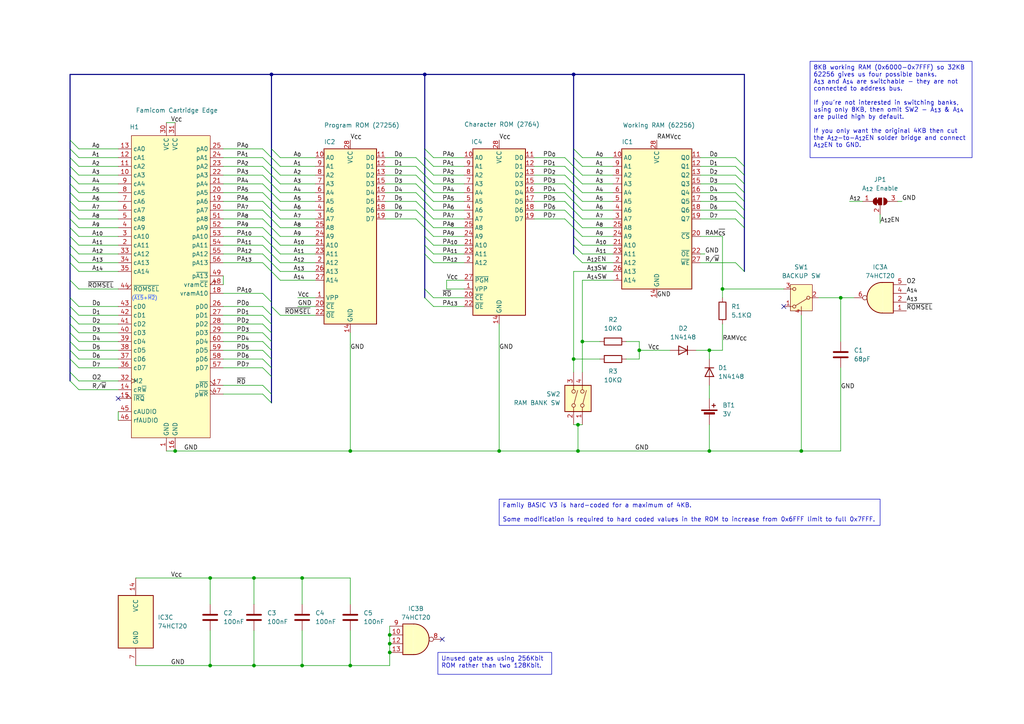
<source format=kicad_sch>
(kicad_sch (version 20250114) (generator "eeschema") (generator_version "9.0")
  (paper "A4")
  (title_block (title "Nintendo Famicom Family BASIC 8KB") (date "27/DEC/2025") (rev "A") (company "Brett Hallen"))
  (lib_symbols
    (symbol "74xx:74LS20" (pin_names (offset 1.016))
      (property "Reference" "U" (at 0 1.27 0))
      (property "Value" "74LS20" (at 0 -1.27 0))
      (symbol "74LS20_1_1"
        (pin input line (at -7.62 3.81 0) (length 3.81) (name "~") (number "1"))
        (pin input line (at -7.62 1.27 0) (length 3.81) (name "~") (number "2"))
        (pin input line (at -7.62 -1.27 0) (length 3.81) (name "~") (number "4"))
        (pin input line (at -7.62 -3.81 0) (length 3.81) (name "~") (number "5"))
        (pin output inverted (at 7.62 0 180) (length 3.81) (name "~") (number "6"))
      )
      (symbol "74LS20_1_2"
        (pin input inverted (at -7.62 3.81 0) (length 3.81) (name "~") (number "1"))
        (pin input inverted (at -7.62 1.27 0) (length 4.826) (name "~") (number "2"))
        (pin input inverted (at -7.62 -1.27 0) (length 4.826) (name "~") (number "4"))
        (pin input inverted (at -7.62 -3.81 0) (length 3.81) (name "~") (number "5"))
        (pin output line (at 7.62 0 180) (length 3.81) (name "~") (number "6"))
      )
      (symbol "74LS20_2_1"
        (pin input line (at -7.62 3.81 0) (length 3.81) (name "~") (number "9"))
        (pin input line (at -7.62 1.27 0) (length 3.81) (name "~") (number "10"))
        (pin input line (at -7.62 -1.27 0) (length 3.81) (name "~") (number "12"))
        (pin input line (at -7.62 -3.81 0) (length 3.81) (name "~") (number "13"))
        (pin output inverted (at 7.62 0 180) (length 3.81) (name "~") (number "8"))
      )
      (symbol "74LS20_2_2"
        (pin input inverted (at -7.62 3.81 0) (length 3.81) (name "~") (number "9"))
        (pin input inverted (at -7.62 1.27 0) (length 4.826) (name "~") (number "10"))
        (pin input inverted (at -7.62 -1.27 0) (length 4.826) (name "~") (number "12"))
        (pin input inverted (at -7.62 -3.81 0) (length 3.81) (name "~") (number "13"))
        (pin output line (at 7.62 0 180) (length 3.81) (name "~") (number "8"))
      )
      (symbol "74LS20_3_0"
        (pin power_in line (at 0 12.7 270) (length 5.08) (name "VCC") (number "14"))
        (pin power_in line (at 0 -12.7 90) (length 5.08) (name "GND") (number "7"))
      )
    )
    (symbol "Clueless_Engineer:Famicom_Cartridge_Edge"
      (property "Reference" "H1" (at 19.9233 96.52 0))
      (property "Value" "Famicom_Cartridge_Edge" (at 19.9233 93.98 0))
      (symbol "Famicom_Cartridge_Edge_1_1"
        (text "(~{A15}+~{M2})" (at 8.89 44.45 0) (effects (font (size 1 1))))
        (pin output line (at 1.27 87.63 0) (length 3.81) (name "cA0") (number "13"))
        (pin output line (at 1.27 85.09 0) (length 3.81) (name "cA1") (number "12"))
        (pin output line (at 1.27 82.55 0) (length 3.81) (name "cA2") (number "11"))
        (pin output line (at 1.27 80.01 0) (length 3.81) (name "cA3") (number "10"))
        (pin output line (at 1.27 77.47 0) (length 3.81) (name "cA4") (number "9"))
        (pin output line (at 1.27 74.93 0) (length 3.81) (name "cA5") (number "8"))
        (pin output line (at 1.27 72.39 0) (length 3.81) (name "cA6") (number "7"))
        (pin output line (at 1.27 69.85 0) (length 3.81) (name "cA7") (number "6"))
        (pin output line (at 1.27 67.31 0) (length 3.81) (name "cA8") (number "5"))
        (pin output line (at 1.27 64.77 0) (length 3.81) (name "cA9") (number "4"))
        (pin output line (at 1.27 62.23 0) (length 3.81) (name "cA10") (number "3"))
        (pin output line (at 1.27 59.69 0) (length 3.81) (name "cA11") (number "2"))
        (pin output line (at 1.27 57.15 0) (length 3.81) (name "cA12") (number "33"))
        (pin output line (at 1.27 54.61 0) (length 3.81) (name "cA13") (number "34"))
        (pin output line (at 1.27 52.07 0) (length 3.81) (name "cA14") (number "35"))
        (pin output output_low (at 1.27 46.99 0) (length 3.81) (name "~{ROMSEL}") (number "44"))
        (pin bidirectional line (at 1.27 41.91 0) (length 3.81) (name "cD0") (number "43"))
        (pin bidirectional line (at 1.27 39.37 0) (length 3.81) (name "cD1") (number "42"))
        (pin bidirectional line (at 1.27 36.83 0) (length 3.81) (name "cD2") (number "41"))
        (pin bidirectional line (at 1.27 34.29 0) (length 3.81) (name "cD3") (number "40"))
        (pin bidirectional line (at 1.27 31.75 0) (length 3.81) (name "cD4") (number "39"))
        (pin bidirectional line (at 1.27 29.21 0) (length 3.81) (name "cD5") (number "38"))
        (pin bidirectional line (at 1.27 26.67 0) (length 3.81) (name "cD6") (number "37"))
        (pin bidirectional line (at 1.27 24.13 0) (length 3.81) (name "cD7") (number "36"))
        (pin output clock (at 1.27 20.32 0) (length 3.81) (name "M2") (number "32"))
        (pin output line (at 1.27 17.78 0) (length 3.81) (name "cR~{W}") (number "14"))
        (pin input input_low (at 1.27 15.24 0) (length 3.81) (name "~{IRQ}") (number "15"))
        (pin output line (at 1.27 11.43 0) (length 3.81) (name "cAUDIO") (number "45"))
        (pin input line (at 1.27 8.89 0) (length 3.81) (name "rfAUDIO") (number "46"))
        (pin power_out line (at 15.24 95.25 270) (length 3.81) (name "VCC") (number "30"))
        (pin power_out line (at 15.24 0 90) (length 3.81) (name "GND") (number "1"))
        (pin passive line (at 17.78 95.25 270) (length 3.81) (name "VCC") (number "31"))
        (pin passive line (at 17.78 0 90) (length 3.81) (name "GND") (number "16"))
        (pin output line (at 31.75 87.63 180) (length 3.81) (name "pA0") (number "25"))
        (pin output line (at 31.75 85.09 180) (length 3.81) (name "pA1") (number "24"))
        (pin output line (at 31.75 82.55 180) (length 3.81) (name "pA2") (number "23"))
        (pin output line (at 31.75 80.01 180) (length 3.81) (name "pA3") (number "22"))
        (pin output line (at 31.75 77.47 180) (length 3.81) (name "pA4") (number "21"))
        (pin output line (at 31.75 74.93 180) (length 3.81) (name "pA5") (number "20"))
        (pin output line (at 31.75 72.39 180) (length 3.81) (name "pA6") (number "19"))
        (pin output line (at 31.75 69.85 180) (length 3.81) (name "pA7") (number "50"))
        (pin output line (at 31.75 67.31 180) (length 3.81) (name "pA8") (number "51"))
        (pin output line (at 31.75 64.77 180) (length 3.81) (name "pA9") (number "52"))
        (pin output line (at 31.75 62.23 180) (length 3.81) (name "pA10") (number "53"))
        (pin output line (at 31.75 59.69 180) (length 3.81) (name "pA11") (number "54"))
        (pin output line (at 31.75 57.15 180) (length 3.81) (name "pA12") (number "55"))
        (pin output line (at 31.75 54.61 180) (length 3.81) (name "pA13") (number "56"))
        (pin output line (at 31.75 50.8 180) (length 3.81) (name "p~{A13}") (number "49"))
        (pin input input_low (at 31.75 48.26 180) (length 3.81) (name "vram~{CE}") (number "48"))
        (pin input line (at 31.75 45.72 180) (length 3.81) (name "vramA10") (number "18"))
        (pin bidirectional line (at 31.75 41.91 180) (length 3.81) (name "pD0") (number "26"))
        (pin bidirectional line (at 31.75 39.37 180) (length 3.81) (name "pD1") (number "27"))
        (pin bidirectional line (at 31.75 36.83 180) (length 3.81) (name "pD2") (number "28"))
        (pin bidirectional line (at 31.75 34.29 180) (length 3.81) (name "pD3") (number "29"))
        (pin bidirectional line (at 31.75 31.75 180) (length 3.81) (name "pD4") (number "60"))
        (pin bidirectional line (at 31.75 29.21 180) (length 3.81) (name "pD5") (number "59"))
        (pin bidirectional line (at 31.75 26.67 180) (length 3.81) (name "pD6") (number "58"))
        (pin bidirectional line (at 31.75 24.13 180) (length 3.81) (name "pD7") (number "57"))
        (pin output output_low (at 31.75 19.05 180) (length 3.81) (name "p~{RD}") (number "17"))
        (pin output output_low (at 31.75 16.51 180) (length 3.81) (name "p~{WR}") (number "47"))
      )
    )
    (symbol "Device:Battery_Cell" (pin_numbers (hide yes)) (pin_names (offset 0) (hide yes))
      (property "Reference" "BT1" (at 3.81 3.1116 0))
      (property "Value" "3V" (at 3.81 0.5716 0))
      (symbol "Battery_Cell_1_1"
        (pin passive line (at 0 5.08 270) (length 2.54) (name "+") (number "1"))
        (pin passive line (at 0 -2.54 90) (length 2.54) (name "-") (number "3"))
      )
    )
    (symbol "Device:C" (pin_numbers (hide yes)) (pin_names (offset 0.254))
      (property "Reference" "C" (at 0.635 2.54 0))
      (property "Value" "C" (at 0.635 -2.54 0))
      (symbol "C_1_1"
        (pin passive line (at 0 3.81 270) (length 2.794) (name "~") (number "1"))
        (pin passive line (at 0 -3.81 90) (length 2.794) (name "~") (number "2"))
      )
    )
    (symbol "Device:D" (pin_numbers (hide yes)) (pin_names (offset 1.016) (hide yes))
      (property "Reference" "D" (at 0 2.54 0))
      (property "Value" "D" (at 0 -2.54 0))
      (symbol "D_1_1"
        (pin passive line (at -3.81 0 0) (length 2.54) (name "K") (number "1"))
        (pin passive line (at 3.81 0 180) (length 2.54) (name "A") (number "2"))
      )
    )
    (symbol "Device:R" (pin_numbers (hide yes)) (pin_names (offset 0))
      (property "Reference" "R" (at 2.032 0 90))
      (property "Value" "R" (at 0 0 90))
      (symbol "R_1_1"
        (pin passive line (at 0 3.81 270) (length 1.27) (name "~") (number "1"))
        (pin passive line (at 0 -3.81 90) (length 1.27) (name "~") (number "2"))
      )
    )
    (symbol "Jumper:SolderJumper_3_Bridged12" (pin_names (offset 0) (hide yes)) (in_bom no)
      (property "Reference" "JP" (at -2.54 -2.54 0))
      (property "Value" "SolderJumper_3_Bridged12" (at 0 2.794 0))
      (symbol "SolderJumper_3_Bridged12_1_1"
        (pin passive line (at -5.08 0 0) (length 2.54) (name "A") (number "1"))
        (pin passive line (at 0 -3.81 90) (length 2.54) (name "C") (number "2"))
        (pin passive line (at 5.08 0 180) (length 2.54) (name "B") (number "3"))
      )
    )
    (symbol "Memory_EPROM:27C256"
      (property "Reference" "U" (at -7.62 26.67 0))
      (property "Value" "27C256" (at 2.54 -26.67 0))
      (symbol "27C256_1_1"
        (pin input line (at -10.16 22.86 0) (length 2.54) (name "A0") (number "10"))
        (pin input line (at -10.16 20.32 0) (length 2.54) (name "A1") (number "9"))
        (pin input line (at -10.16 17.78 0) (length 2.54) (name "A2") (number "8"))
        (pin input line (at -10.16 15.24 0) (length 2.54) (name "A3") (number "7"))
        (pin input line (at -10.16 12.7 0) (length 2.54) (name "A4") (number "6"))
        (pin input line (at -10.16 10.16 0) (length 2.54) (name "A5") (number "5"))
        (pin input line (at -10.16 7.62 0) (length 2.54) (name "A6") (number "4"))
        (pin input line (at -10.16 5.08 0) (length 2.54) (name "A7") (number "3"))
        (pin input line (at -10.16 2.54 0) (length 2.54) (name "A8") (number "25"))
        (pin input line (at -10.16 0 0) (length 2.54) (name "A9") (number "24"))
        (pin input line (at -10.16 -2.54 0) (length 2.54) (name "A10") (number "21"))
        (pin input line (at -10.16 -5.08 0) (length 2.54) (name "A11") (number "23"))
        (pin input line (at -10.16 -7.62 0) (length 2.54) (name "A12") (number "2"))
        (pin input line (at -10.16 -10.16 0) (length 2.54) (name "A13") (number "26"))
        (pin input line (at -10.16 -12.7 0) (length 2.54) (name "A14") (number "27"))
        (pin input line (at -10.16 -17.78 0) (length 2.54) (name "VPP") (number "1"))
        (pin input line (at -10.16 -20.32 0) (length 2.54) (name "~{CE}") (number "20"))
        (pin input line (at -10.16 -22.86 0) (length 2.54) (name "~{OE}") (number "22"))
        (pin power_in line (at 0 27.94 270) (length 2.54) (name "VCC") (number "28"))
        (pin power_in line (at 0 -27.94 90) (length 2.54) (name "GND") (number "14"))
        (pin tri_state line (at 10.16 22.86 180) (length 2.54) (name "D0") (number "11"))
        (pin tri_state line (at 10.16 20.32 180) (length 2.54) (name "D1") (number "12"))
        (pin tri_state line (at 10.16 17.78 180) (length 2.54) (name "D2") (number "13"))
        (pin tri_state line (at 10.16 15.24 180) (length 2.54) (name "D3") (number "15"))
        (pin tri_state line (at 10.16 12.7 180) (length 2.54) (name "D4") (number "16"))
        (pin tri_state line (at 10.16 10.16 180) (length 2.54) (name "D5") (number "17"))
        (pin tri_state line (at 10.16 7.62 180) (length 2.54) (name "D6") (number "18"))
        (pin tri_state line (at 10.16 5.08 180) (length 2.54) (name "D7") (number "19"))
      )
    )
    (symbol "Memory_EPROM:27C64"
      (property "Reference" "U" (at -7.62 24.13 0))
      (property "Value" "27C64" (at 2.54 -26.67 0))
      (symbol "27C64_1_1"
        (pin input line (at -10.16 20.32 0) (length 2.54) (name "A0") (number "10"))
        (pin input line (at -10.16 17.78 0) (length 2.54) (name "A1") (number "9"))
        (pin input line (at -10.16 15.24 0) (length 2.54) (name "A2") (number "8"))
        (pin input line (at -10.16 12.7 0) (length 2.54) (name "A3") (number "7"))
        (pin input line (at -10.16 10.16 0) (length 2.54) (name "A4") (number "6"))
        (pin input line (at -10.16 7.62 0) (length 2.54) (name "A5") (number "5"))
        (pin input line (at -10.16 5.08 0) (length 2.54) (name "A6") (number "4"))
        (pin input line (at -10.16 2.54 0) (length 2.54) (name "A7") (number "3"))
        (pin input line (at -10.16 0 0) (length 2.54) (name "A8") (number "25"))
        (pin input line (at -10.16 -2.54 0) (length 2.54) (name "A9") (number "24"))
        (pin input line (at -10.16 -5.08 0) (length 2.54) (name "A10") (number "21"))
        (pin input line (at -10.16 -7.62 0) (length 2.54) (name "A11") (number "23"))
        (pin input line (at -10.16 -10.16 0) (length 2.54) (name "A12") (number "2"))
        (pin input line (at -10.16 -15.24 0) (length 2.54) (name "~{PGM}") (number "27"))
        (pin input line (at -10.16 -17.78 0) (length 2.54) (name "VPP") (number "1"))
        (pin input line (at -10.16 -20.32 0) (length 2.54) (name "~{CE}") (number "20"))
        (pin input line (at -10.16 -22.86 0) (length 2.54) (name "~{OE}") (number "22"))
        (pin power_in line (at 0 25.4 270) (length 2.54) (name "VCC") (number "28"))
        (pin power_in line (at 0 -27.94 90) (length 2.54) (name "GND") (number "14"))
        (pin no_connect line (at 7.62 0 180) (length 2.54) (hide yes) (name "NC") (number "26"))
        (pin tri_state line (at 10.16 20.32 180) (length 2.54) (name "D0") (number "11"))
        (pin tri_state line (at 10.16 17.78 180) (length 2.54) (name "D1") (number "12"))
        (pin tri_state line (at 10.16 15.24 180) (length 2.54) (name "D2") (number "13"))
        (pin tri_state line (at 10.16 12.7 180) (length 2.54) (name "D3") (number "15"))
        (pin tri_state line (at 10.16 10.16 180) (length 2.54) (name "D4") (number "16"))
        (pin tri_state line (at 10.16 7.62 180) (length 2.54) (name "D5") (number "17"))
        (pin tri_state line (at 10.16 5.08 180) (length 2.54) (name "D6") (number "18"))
        (pin tri_state line (at 10.16 2.54 180) (length 2.54) (name "D7") (number "19"))
      )
    )
    (symbol "Memory_RAM:HM62256BLP"
      (property "Reference" "U" (at -10.16 20.955 0))
      (property "Value" "HM62256BLP" (at 2.54 20.955 0))
      (symbol "HM62256BLP_0_0"
        (pin power_in line (at 0 22.86 270) (length 2.54) (name "VCC") (number "28"))
        (pin power_in line (at 0 -22.86 90) (length 2.54) (name "GND") (number "14"))
      )
      (symbol "HM62256BLP_1_1"
        (pin input line (at -12.7 17.78 0) (length 2.54) (name "A0") (number "10"))
        (pin input line (at -12.7 15.24 0) (length 2.54) (name "A1") (number "9"))
        (pin input line (at -12.7 12.7 0) (length 2.54) (name "A2") (number "8"))
        (pin input line (at -12.7 10.16 0) (length 2.54) (name "A3") (number "7"))
        (pin input line (at -12.7 7.62 0) (length 2.54) (name "A4") (number "6"))
        (pin input line (at -12.7 5.08 0) (length 2.54) (name "A5") (number "5"))
        (pin input line (at -12.7 2.54 0) (length 2.54) (name "A6") (number "4"))
        (pin input line (at -12.7 0 0) (length 2.54) (name "A7") (number "3"))
        (pin input line (at -12.7 -2.54 0) (length 2.54) (name "A8") (number "25"))
        (pin input line (at -12.7 -5.08 0) (length 2.54) (name "A9") (number "24"))
        (pin input line (at -12.7 -7.62 0) (length 2.54) (name "A10") (number "21"))
        (pin input line (at -12.7 -10.16 0) (length 2.54) (name "A11") (number "23"))
        (pin input line (at -12.7 -12.7 0) (length 2.54) (name "A12") (number "2"))
        (pin input line (at -12.7 -15.24 0) (length 2.54) (name "A13") (number "26"))
        (pin input line (at -12.7 -17.78 0) (length 2.54) (name "A14") (number "1"))
        (pin tri_state line (at 12.7 17.78 180) (length 2.54) (name "Q0") (number "11"))
        (pin tri_state line (at 12.7 15.24 180) (length 2.54) (name "Q1") (number "12"))
        (pin tri_state line (at 12.7 12.7 180) (length 2.54) (name "Q2") (number "13"))
        (pin tri_state line (at 12.7 10.16 180) (length 2.54) (name "Q3") (number "15"))
        (pin tri_state line (at 12.7 7.62 180) (length 2.54) (name "Q4") (number "16"))
        (pin tri_state line (at 12.7 5.08 180) (length 2.54) (name "Q5") (number "17"))
        (pin tri_state line (at 12.7 2.54 180) (length 2.54) (name "Q6") (number "18"))
        (pin tri_state line (at 12.7 0 180) (length 2.54) (name "Q7") (number "19"))
        (pin input line (at 12.7 -5.08 180) (length 2.54) (name "~{CS}") (number "20"))
        (pin input line (at 12.7 -10.16 180) (length 2.54) (name "~{OE}") (number "22"))
        (pin input line (at 12.7 -12.7 180) (length 2.54) (name "~{WE}") (number "27"))
      )
    )
    (symbol "Switch:SW_DIP_x02" (pin_names (offset 0) (hide yes))
      (property "Reference" "SW" (at 0 6.35 0))
      (property "Value" "SW_DIP_x02" (at 0 -3.81 0))
      (symbol "SW_DIP_x02_1_1"
        (pin passive line (at -7.62 2.54 0) (length 5.08) (name "~") (number "1"))
        (pin passive line (at -7.62 0 0) (length 5.08) (name "~") (number "2"))
        (pin passive line (at 7.62 2.54 180) (length 5.08) (name "~") (number "4"))
        (pin passive line (at 7.62 0 180) (length 5.08) (name "~") (number "3"))
      )
    )
    (symbol "Switch:SW_SPDT" (pin_names (offset 0) (hide yes))
      (property "Reference" "SW1" (at 0 -8.89 0))
      (property "Value" "BACKUP SW" (at 0 -6.35 0))
      (symbol "SW_SPDT_1_1"
        (pin passive line (at -5.08 0 0) (length 2.54) (name "B") (number "2"))
        (pin input line (at 0 5.08 270) (length 2.54) (name "GND") (number "4"))
        (pin passive line (at 5.08 2.54 180) (length 2.54) (name "A") (number "1"))
        (pin passive line (at 5.08 -2.54 180) (length 2.54) (name "C") (number "3"))
      )
    )
  )
  (text_box "Unused gate as using 256Kbit ROM rather than two 128Kbit." (at 127 189.23 0) (size 33.02 6.35) (margins 0.9525 0.9525 0.9525 0.9525) (effects (font (size 1.27 1.27)) (justify left top)))
  (text_box "8KB working RAM (0x6000-0x7FFF) so 32KB 62256 gives us four possible banks.\nA_{13} and A_{14} are switchable - they are not connected to address bus.\n\nIf you're not interested in switching banks, using only 8KB, then omit SW2 - A_{13} & A_{14} are pulled high by default.\n\nIf you only want the original 4KB then cut the A_{12}-to-A_{12}EN solder bridge and connect A_{12}EN to GND." (at 234.95 17.78 0) (size 46.99 27.94) (margins 0.9525 0.9525 0.9525 0.9525) (effects (font (size 1.27 1.27)) (justify left top)))
  (text_box "Family BASIC V3 is hard-coded for a maximum of 4KB.\n\nSome modification is required to hard coded values in the ROM to increase from 0x6FFF limit to full 0x7FFF." (at 144.78 144.78 0) (size 110.49 7.62) (margins 0.9525 0.9525 0.9525 0.9525) (effects (font (size 1.27 1.27)) (justify left top)))
  (junction (at 60.96 193.04))
  (junction (at 78.74 21.59))
  (junction (at 50.8 130.81))
  (junction (at 113.03 189.23))
  (junction (at 243.84 86.36))
  (junction (at 166.37 104.14))
  (junction (at 205.74 101.6))
  (junction (at 73.66 167.64))
  (junction (at 101.6 193.04))
  (junction (at 87.63 193.04))
  (junction (at 232.41 130.81))
  (junction (at 73.66 193.04))
  (junction (at 113.03 186.69))
  (junction (at 167.64 130.81))
  (junction (at 166.37 21.59))
  (junction (at 168.91 99.06))
  (junction (at 205.74 130.81))
  (junction (at 101.6 130.81))
  (junction (at 185.42 101.6))
  (junction (at 209.55 83.82))
  (junction (at 123.19 21.59))
  (junction (at 144.78 130.81))
  (junction (at 87.63 167.64))
  (junction (at 113.03 184.15))
  (junction (at 167.64 123.19))
  (junction (at 60.96 167.64))
  (no_connect (at 128.27 185.42))
  (no_connect (at 227.33 88.9))
  (no_connect (at 34.29 115.57))
  (bus_entry (at 78.74 53.34) (size 2.54 2.54))
  (bus_entry (at 20.32 96.52) (size 2.54 2.54))
  (bus_entry (at 123.19 58.42) (size 2.54 2.54))
  (bus_entry (at 76.2 101.6) (size 2.54 2.54))
  (bus_entry (at 120.65 55.88) (size 2.54 2.54))
  (bus_entry (at 20.32 73.66) (size 2.54 2.54))
  (bus_entry (at 20.32 81.28) (size 2.54 2.54))
  (bus_entry (at 78.74 60.96) (size 2.54 2.54))
  (bus_entry (at 213.36 76.2) (size 2.54 2.54))
  (bus_entry (at 76.2 66.04) (size 2.54 2.54))
  (bus_entry (at 76.2 63.5) (size 2.54 2.54))
  (bus_entry (at 163.83 53.34) (size 2.54 2.54))
  (bus_entry (at 76.2 60.96) (size 2.54 2.54))
  (bus_entry (at 20.32 48.26) (size 2.54 2.54))
  (bus_entry (at 78.74 78.74) (size 2.54 2.54))
  (bus_entry (at 20.32 53.34) (size 2.54 2.54))
  (bus_entry (at 166.37 48.26) (size 2.54 2.54))
  (bus_entry (at 213.36 45.72) (size 2.54 2.54))
  (bus_entry (at 78.74 66.04) (size 2.54 2.54))
  (bus_entry (at 123.19 45.72) (size 2.54 2.54))
  (bus_entry (at 213.36 50.8) (size 2.54 2.54))
  (bus_entry (at 166.37 50.8) (size 2.54 2.54))
  (bus_entry (at 20.32 76.2) (size 2.54 2.54))
  (bus_entry (at 76.2 71.12) (size 2.54 2.54))
  (bus_entry (at 120.65 63.5) (size 2.54 2.54))
  (bus_entry (at 78.74 45.72) (size 2.54 2.54))
  (bus_entry (at 20.32 58.42) (size 2.54 2.54))
  (bus_entry (at 123.19 73.66) (size 2.54 2.54))
  (bus_entry (at 120.65 58.42) (size 2.54 2.54))
  (bus_entry (at 166.37 60.96) (size 2.54 2.54))
  (bus_entry (at 163.83 55.88) (size 2.54 2.54))
  (bus_entry (at 78.74 71.12) (size 2.54 2.54))
  (bus_entry (at 120.65 45.72) (size 2.54 2.54))
  (bus_entry (at 120.65 60.96) (size 2.54 2.54))
  (bus_entry (at 20.32 99.06) (size 2.54 2.54))
  (bus_entry (at 76.2 99.06) (size 2.54 2.54))
  (bus_entry (at 76.2 73.66) (size 2.54 2.54))
  (bus_entry (at 123.19 48.26) (size 2.54 2.54))
  (bus_entry (at 123.19 53.34) (size 2.54 2.54))
  (bus_entry (at 213.36 60.96) (size 2.54 2.54))
  (bus_entry (at 76.2 50.8) (size 2.54 2.54))
  (bus_entry (at 120.65 53.34) (size 2.54 2.54))
  (bus_entry (at 213.36 55.88) (size 2.54 2.54))
  (bus_entry (at 20.32 63.5) (size 2.54 2.54))
  (bus_entry (at 76.2 106.68) (size 2.54 2.54))
  (bus_entry (at 166.37 71.12) (size 2.54 2.54))
  (bus_entry (at 20.32 71.12) (size 2.54 2.54))
  (bus_entry (at 123.19 66.04) (size 2.54 2.54))
  (bus_entry (at 120.65 48.26) (size 2.54 2.54))
  (bus_entry (at 76.2 53.34) (size 2.54 2.54))
  (bus_entry (at 123.19 50.8) (size 2.54 2.54))
  (bus_entry (at 20.32 60.96) (size 2.54 2.54))
  (bus_entry (at 123.19 86.36) (size 2.54 2.54))
  (bus_entry (at 76.2 114.3) (size 2.54 2.54))
  (bus_entry (at 20.32 40.64) (size 2.54 2.54))
  (bus_entry (at 166.37 73.66) (size 2.54 2.54))
  (bus_entry (at 78.74 63.5) (size 2.54 2.54))
  (bus_entry (at 166.37 45.72) (size 2.54 2.54))
  (bus_entry (at 213.36 48.26) (size 2.54 2.54))
  (bus_entry (at 166.37 66.04) (size 2.54 2.54))
  (bus_entry (at 166.37 68.58) (size 2.54 2.54))
  (bus_entry (at 123.19 63.5) (size 2.54 2.54))
  (bus_entry (at 166.37 53.34) (size 2.54 2.54))
  (bus_entry (at 76.2 76.2) (size 2.54 2.54))
  (bus_entry (at 163.83 58.42) (size 2.54 2.54))
  (bus_entry (at 76.2 85.09) (size 2.54 2.54))
  (bus_entry (at 78.74 43.18) (size 2.54 2.54))
  (bus_entry (at 213.36 53.34) (size 2.54 2.54))
  (bus_entry (at 20.32 104.14) (size 2.54 2.54))
  (bus_entry (at 78.74 76.2) (size 2.54 2.54))
  (bus_entry (at 76.2 68.58) (size 2.54 2.54))
  (bus_entry (at 20.32 110.49) (size 2.54 2.54))
  (bus_entry (at 78.74 88.9) (size 2.54 2.54))
  (bus_entry (at 20.32 66.04) (size 2.54 2.54))
  (bus_entry (at 20.32 107.95) (size 2.54 2.54))
  (bus_entry (at 78.74 55.88) (size 2.54 2.54))
  (bus_entry (at 120.65 50.8) (size 2.54 2.54))
  (bus_entry (at 123.19 60.96) (size 2.54 2.54))
  (bus_entry (at 166.37 58.42) (size 2.54 2.54))
  (bus_entry (at 76.2 55.88) (size 2.54 2.54))
  (bus_entry (at 20.32 50.8) (size 2.54 2.54))
  (bus_entry (at 78.74 58.42) (size 2.54 2.54))
  (bus_entry (at 20.32 88.9) (size 2.54 2.54))
  (bus_entry (at 78.74 50.8) (size 2.54 2.54))
  (bus_entry (at 163.83 63.5) (size 2.54 2.54))
  (bus_entry (at 76.2 43.18) (size 2.54 2.54))
  (bus_entry (at 20.32 68.58) (size 2.54 2.54))
  (bus_entry (at 78.74 73.66) (size 2.54 2.54))
  (bus_entry (at 76.2 96.52) (size 2.54 2.54))
  (bus_entry (at 166.37 63.5) (size 2.54 2.54))
  (bus_entry (at 78.74 68.58) (size 2.54 2.54))
  (bus_entry (at 76.2 91.44) (size 2.54 2.54))
  (bus_entry (at 20.32 91.44) (size 2.54 2.54))
  (bus_entry (at 163.83 45.72) (size 2.54 2.54))
  (bus_entry (at 20.32 55.88) (size 2.54 2.54))
  (bus_entry (at 20.32 86.36) (size 2.54 2.54))
  (bus_entry (at 163.83 60.96) (size 2.54 2.54))
  (bus_entry (at 166.37 55.88) (size 2.54 2.54))
  (bus_entry (at 123.19 43.18) (size 2.54 2.54))
  (bus_entry (at 76.2 88.9) (size 2.54 2.54))
  (bus_entry (at 163.83 50.8) (size 2.54 2.54))
  (bus_entry (at 20.32 45.72) (size 2.54 2.54))
  (bus_entry (at 76.2 93.98) (size 2.54 2.54))
  (bus_entry (at 123.19 71.12) (size 2.54 2.54))
  (bus_entry (at 166.37 43.18) (size 2.54 2.54))
  (bus_entry (at 76.2 45.72) (size 2.54 2.54))
  (bus_entry (at 78.74 48.26) (size 2.54 2.54))
  (bus_entry (at 213.36 58.42) (size 2.54 2.54))
  (bus_entry (at 123.19 68.58) (size 2.54 2.54))
  (bus_entry (at 76.2 48.26) (size 2.54 2.54))
  (bus_entry (at 20.32 43.18) (size 2.54 2.54))
  (bus_entry (at 76.2 111.76) (size 2.54 2.54))
  (bus_entry (at 76.2 104.14) (size 2.54 2.54))
  (bus_entry (at 20.32 101.6) (size 2.54 2.54))
  (bus_entry (at 20.32 93.98) (size 2.54 2.54))
  (bus_entry (at 76.2 58.42) (size 2.54 2.54))
  (bus_entry (at 213.36 63.5) (size 2.54 2.54))
  (bus_entry (at 123.19 55.88) (size 2.54 2.54))
  (bus_entry (at 123.19 83.82) (size 2.54 2.54))
  (bus_entry (at 163.83 48.26) (size 2.54 2.54))
  (wire (pts (xy 154.94 50.8) (xy 163.83 50.8)))
  (wire (pts (xy 154.94 60.96) (xy 163.83 60.96)))
  (wire (pts (xy 22.86 53.34) (xy 34.29 53.34)))
  (bus (pts (xy 123.19 21.59) (xy 123.19 43.18)))
  (wire (pts (xy 185.42 99.06) (xy 185.42 101.6)))
  (bus (pts (xy 20.32 88.9) (xy 20.32 91.44)))
  (wire (pts (xy 205.74 101.6) (xy 209.55 101.6)))
  (wire (pts (xy 125.73 68.58) (xy 134.62 68.58)))
  (wire (pts (xy 260.35 58.42) (xy 261.62 58.42)))
  (wire (pts (xy 22.86 58.42) (xy 34.29 58.42)))
  (bus (pts (xy 166.37 71.12) (xy 166.37 68.58)))
  (wire (pts (xy 203.2 60.96) (xy 213.36 60.96)))
  (wire (pts (xy 22.86 45.72) (xy 34.29 45.72)))
  (wire (pts (xy 168.91 48.26) (xy 177.8 48.26)))
  (bus (pts (xy 123.19 68.58) (xy 123.19 71.12)))
  (bus (pts (xy 20.32 53.34) (xy 20.32 55.88)))
  (wire (pts (xy 64.77 114.3) (xy 76.2 114.3)))
  (bus (pts (xy 20.32 48.26) (xy 20.32 50.8)))
  (wire (pts (xy 64.77 68.58) (xy 76.2 68.58)))
  (wire (pts (xy 73.66 167.64) (xy 87.63 167.64)))
  (bus (pts (xy 78.74 63.5) (xy 78.74 66.04)))
  (wire (pts (xy 129.54 81.28) (xy 129.54 83.82)))
  (bus (pts (xy 78.74 76.2) (xy 78.74 78.74)))
  (wire (pts (xy 201.93 101.6) (xy 205.74 101.6)))
  (bus (pts (xy 78.74 43.18) (xy 78.74 45.72)))
  (bus (pts (xy 78.74 99.06) (xy 78.74 101.6)))
  (bus (pts (xy 215.9 21.59) (xy 215.9 48.26)))
  (bus (pts (xy 215.9 48.26) (xy 215.9 50.8)))
  (bus (pts (xy 123.19 50.8) (xy 123.19 53.34)))
  (bus (pts (xy 20.32 107.95) (xy 20.32 110.49)))
  (wire (pts (xy 168.91 68.58) (xy 177.8 68.58)))
  (bus (pts (xy 166.37 63.5) (xy 166.37 60.96)))
  (bus (pts (xy 78.74 55.88) (xy 78.74 58.42)))
  (wire (pts (xy 64.77 99.06) (xy 76.2 99.06)))
  (bus (pts (xy 166.37 21.59) (xy 215.9 21.59)))
  (wire (pts (xy 101.6 130.81) (xy 144.78 130.81)))
  (wire (pts (xy 81.28 58.42) (xy 91.44 58.42)))
  (wire (pts (xy 81.28 68.58) (xy 91.44 68.58)))
  (wire (pts (xy 48.26 130.81) (xy 50.8 130.81)))
  (wire (pts (xy 125.73 53.34) (xy 134.62 53.34)))
  (bus (pts (xy 78.74 58.42) (xy 78.74 60.96)))
  (wire (pts (xy 81.28 76.2) (xy 91.44 76.2)))
  (wire (pts (xy 81.28 91.44) (xy 91.44 91.44)))
  (wire (pts (xy 87.63 167.64) (xy 101.6 167.64)))
  (wire (pts (xy 22.86 91.44) (xy 34.29 91.44)))
  (bus (pts (xy 166.37 53.34) (xy 166.37 50.8)))
  (bus (pts (xy 78.74 53.34) (xy 78.74 55.88)))
  (wire (pts (xy 166.37 104.14) (xy 173.99 104.14)))
  (bus (pts (xy 123.19 21.59) (xy 166.37 21.59)))
  (bus (pts (xy 20.32 81.28) (xy 20.32 86.36)))
  (bus (pts (xy 215.9 50.8) (xy 215.9 53.34)))
  (wire (pts (xy 113.03 186.69) (xy 113.03 189.23)))
  (wire (pts (xy 154.94 48.26) (xy 163.83 48.26)))
  (bus (pts (xy 20.32 63.5) (xy 20.32 66.04)))
  (wire (pts (xy 154.94 58.42) (xy 163.83 58.42)))
  (wire (pts (xy 203.2 76.2) (xy 213.36 76.2)))
  (wire (pts (xy 246.38 58.42) (xy 250.19 58.42)))
  (wire (pts (xy 39.37 167.64) (xy 60.96 167.64)))
  (wire (pts (xy 81.28 53.34) (xy 91.44 53.34)))
  (wire (pts (xy 64.77 91.44) (xy 76.2 91.44)))
  (wire (pts (xy 111.76 53.34) (xy 120.65 53.34)))
  (wire (pts (xy 22.86 96.52) (xy 34.29 96.52)))
  (bus (pts (xy 166.37 50.8) (xy 166.37 48.26)))
  (wire (pts (xy 22.86 66.04) (xy 34.29 66.04)))
  (wire (pts (xy 81.28 78.74) (xy 91.44 78.74)))
  (bus (pts (xy 78.74 101.6) (xy 78.74 104.14)))
  (bus (pts (xy 123.19 58.42) (xy 123.19 60.96)))
  (bus (pts (xy 78.74 93.98) (xy 78.74 96.52)))
  (bus (pts (xy 20.32 55.88) (xy 20.32 58.42)))
  (wire (pts (xy 125.73 50.8) (xy 134.62 50.8)))
  (wire (pts (xy 209.55 83.82) (xy 209.55 68.58)))
  (bus (pts (xy 123.19 73.66) (xy 123.19 83.82)))
  (wire (pts (xy 125.73 71.12) (xy 134.62 71.12)))
  (wire (pts (xy 243.84 86.36) (xy 247.65 86.36)))
  (wire (pts (xy 64.77 104.14) (xy 76.2 104.14)))
  (wire (pts (xy 167.64 130.81) (xy 205.74 130.81)))
  (wire (pts (xy 22.86 99.06) (xy 34.29 99.06)))
  (bus (pts (xy 78.74 21.59) (xy 123.19 21.59)))
  (wire (pts (xy 125.73 48.26) (xy 134.62 48.26)))
  (wire (pts (xy 86.36 88.9) (xy 91.44 88.9)))
  (bus (pts (xy 78.74 104.14) (xy 78.74 106.68)))
  (bus (pts (xy 20.32 68.58) (xy 20.32 71.12)))
  (wire (pts (xy 22.86 78.74) (xy 34.29 78.74)))
  (wire (pts (xy 22.86 83.82) (xy 34.29 83.82)))
  (wire (pts (xy 22.86 110.49) (xy 34.29 110.49)))
  (wire (pts (xy 87.63 193.04) (xy 101.6 193.04)))
  (bus (pts (xy 78.74 45.72) (xy 78.74 48.26)))
  (wire (pts (xy 168.91 71.12) (xy 177.8 71.12)))
  (bus (pts (xy 78.74 73.66) (xy 78.74 71.12)))
  (wire (pts (xy 209.55 83.82) (xy 227.33 83.82)))
  (wire (pts (xy 255.27 62.23) (xy 255.27 64.77)))
  (wire (pts (xy 209.55 83.82) (xy 209.55 86.36)))
  (wire (pts (xy 64.77 85.09) (xy 76.2 85.09)))
  (bus (pts (xy 78.74 66.04) (xy 78.74 68.58)))
  (bus (pts (xy 123.19 66.04) (xy 123.19 68.58)))
  (wire (pts (xy 167.64 123.19) (xy 168.91 123.19)))
  (bus (pts (xy 20.32 104.14) (xy 20.32 107.95)))
  (wire (pts (xy 243.84 106.68) (xy 243.84 130.81)))
  (wire (pts (xy 64.77 80.01) (xy 64.77 82.55)))
  (bus (pts (xy 20.32 60.96) (xy 20.32 63.5)))
  (bus (pts (xy 166.37 43.18) (xy 166.37 21.59)))
  (bus (pts (xy 78.74 68.58) (xy 78.74 71.12)))
  (wire (pts (xy 144.78 93.98) (xy 144.78 130.81)))
  (wire (pts (xy 22.86 55.88) (xy 34.29 55.88)))
  (wire (pts (xy 22.86 113.03) (xy 34.29 113.03)))
  (wire (pts (xy 48.26 35.56) (xy 50.8 35.56)))
  (wire (pts (xy 203.2 68.58) (xy 209.55 68.58)))
  (wire (pts (xy 81.28 81.28) (xy 91.44 81.28)))
  (wire (pts (xy 64.77 45.72) (xy 76.2 45.72)))
  (bus (pts (xy 78.74 109.22) (xy 78.74 114.3)))
  (wire (pts (xy 22.86 76.2) (xy 34.29 76.2)))
  (wire (pts (xy 181.61 104.14) (xy 185.42 104.14)))
  (bus (pts (xy 215.9 53.34) (xy 215.9 55.88)))
  (bus (pts (xy 123.19 71.12) (xy 123.19 73.66)))
  (wire (pts (xy 64.77 101.6) (xy 76.2 101.6)))
  (wire (pts (xy 203.2 53.34) (xy 213.36 53.34)))
  (wire (pts (xy 113.03 184.15) (xy 113.03 186.69)))
  (wire (pts (xy 205.74 130.81) (xy 232.41 130.81)))
  (wire (pts (xy 60.96 167.64) (xy 60.96 175.26)))
  (bus (pts (xy 78.74 88.9) (xy 78.74 91.44)))
  (bus (pts (xy 20.32 66.04) (xy 20.32 68.58)))
  (wire (pts (xy 22.86 48.26) (xy 34.29 48.26)))
  (wire (pts (xy 203.2 45.72) (xy 213.36 45.72)))
  (wire (pts (xy 64.77 48.26) (xy 76.2 48.26)))
  (bus (pts (xy 166.37 73.66) (xy 166.37 71.12)))
  (bus (pts (xy 78.74 96.52) (xy 78.74 99.06)))
  (wire (pts (xy 60.96 182.88) (xy 60.96 193.04)))
  (wire (pts (xy 113.03 193.04) (xy 113.03 189.23)))
  (bus (pts (xy 20.32 45.72) (xy 20.32 48.26)))
  (bus (pts (xy 20.32 21.59) (xy 20.32 40.64)))
  (bus (pts (xy 20.32 73.66) (xy 20.32 76.2)))
  (wire (pts (xy 81.28 50.8) (xy 91.44 50.8)))
  (bus (pts (xy 78.74 78.74) (xy 78.74 87.63)))
  (wire (pts (xy 86.36 86.36) (xy 91.44 86.36)))
  (bus (pts (xy 78.74 21.59) (xy 78.74 43.18)))
  (wire (pts (xy 22.86 93.98) (xy 34.29 93.98)))
  (wire (pts (xy 125.73 73.66) (xy 134.62 73.66)))
  (wire (pts (xy 168.91 81.28) (xy 177.8 81.28)))
  (bus (pts (xy 123.19 63.5) (xy 123.19 66.04)))
  (bus (pts (xy 20.32 101.6) (xy 20.32 104.14)))
  (wire (pts (xy 125.73 63.5) (xy 134.62 63.5)))
  (wire (pts (xy 181.61 99.06) (xy 185.42 99.06)))
  (wire (pts (xy 111.76 63.5) (xy 120.65 63.5)))
  (wire (pts (xy 205.74 104.14) (xy 205.74 101.6)))
  (wire (pts (xy 101.6 193.04) (xy 113.03 193.04)))
  (bus (pts (xy 20.32 43.18) (xy 20.32 45.72)))
  (wire (pts (xy 22.86 104.14) (xy 34.29 104.14)))
  (wire (pts (xy 64.77 111.76) (xy 76.2 111.76)))
  (wire (pts (xy 203.2 58.42) (xy 213.36 58.42)))
  (bus (pts (xy 215.9 58.42) (xy 215.9 60.96)))
  (wire (pts (xy 166.37 78.74) (xy 177.8 78.74)))
  (wire (pts (xy 64.77 53.34) (xy 76.2 53.34)))
  (wire (pts (xy 22.86 101.6) (xy 34.29 101.6)))
  (wire (pts (xy 64.77 60.96) (xy 76.2 60.96)))
  (bus (pts (xy 123.19 60.96) (xy 123.19 63.5)))
  (wire (pts (xy 64.77 71.12) (xy 76.2 71.12)))
  (wire (pts (xy 205.74 115.57) (xy 205.74 111.76)))
  (wire (pts (xy 81.28 73.66) (xy 91.44 73.66)))
  (wire (pts (xy 205.74 123.19) (xy 205.74 130.81)))
  (wire (pts (xy 144.78 130.81) (xy 167.64 130.81)))
  (wire (pts (xy 203.2 48.26) (xy 213.36 48.26)))
  (bus (pts (xy 20.32 96.52) (xy 20.32 99.06)))
  (wire (pts (xy 166.37 123.19) (xy 167.64 123.19)))
  (bus (pts (xy 123.19 83.82) (xy 123.19 86.36)))
  (wire (pts (xy 166.37 78.74) (xy 166.37 104.14)))
  (wire (pts (xy 81.28 66.04) (xy 91.44 66.04)))
  (bus (pts (xy 78.74 48.26) (xy 78.74 50.8)))
  (bus (pts (xy 78.74 106.68) (xy 78.74 109.22)))
  (wire (pts (xy 73.66 182.88) (xy 73.66 193.04)))
  (wire (pts (xy 173.99 99.06) (xy 168.91 99.06)))
  (wire (pts (xy 129.54 81.28) (xy 134.62 81.28)))
  (wire (pts (xy 111.76 48.26) (xy 120.65 48.26)))
  (wire (pts (xy 22.86 50.8) (xy 34.29 50.8)))
  (wire (pts (xy 22.86 43.18) (xy 34.29 43.18)))
  (wire (pts (xy 64.77 88.9) (xy 76.2 88.9)))
  (wire (pts (xy 64.77 58.42) (xy 76.2 58.42)))
  (wire (pts (xy 166.37 104.14) (xy 166.37 107.95)))
  (wire (pts (xy 22.86 71.12) (xy 34.29 71.12)))
  (wire (pts (xy 81.28 71.12) (xy 91.44 71.12)))
  (wire (pts (xy 168.91 73.66) (xy 177.8 73.66)))
  (wire (pts (xy 22.86 68.58) (xy 34.29 68.58)))
  (wire (pts (xy 64.77 76.2) (xy 76.2 76.2)))
  (wire (pts (xy 125.73 86.36) (xy 134.62 86.36)))
  (wire (pts (xy 73.66 193.04) (xy 87.63 193.04)))
  (wire (pts (xy 34.29 119.38) (xy 34.29 121.92)))
  (wire (pts (xy 232.41 91.44) (xy 232.41 130.81)))
  (wire (pts (xy 154.94 63.5) (xy 163.83 63.5)))
  (wire (pts (xy 111.76 45.72) (xy 120.65 45.72)))
  (wire (pts (xy 125.73 58.42) (xy 134.62 58.42)))
  (wire (pts (xy 87.63 167.64) (xy 87.63 175.26)))
  (wire (pts (xy 154.94 45.72) (xy 163.83 45.72)))
  (bus (pts (xy 78.74 21.59) (xy 20.32 21.59)))
  (wire (pts (xy 81.28 48.26) (xy 91.44 48.26)))
  (wire (pts (xy 64.77 96.52) (xy 76.2 96.52)))
  (wire (pts (xy 167.64 130.81) (xy 167.64 123.19)))
  (wire (pts (xy 125.73 55.88) (xy 134.62 55.88)))
  (wire (pts (xy 64.77 73.66) (xy 76.2 73.66)))
  (wire (pts (xy 81.28 45.72) (xy 91.44 45.72)))
  (wire (pts (xy 209.55 101.6) (xy 209.55 93.98)))
  (wire (pts (xy 22.86 60.96) (xy 34.29 60.96)))
  (wire (pts (xy 64.77 63.5) (xy 76.2 63.5)))
  (wire (pts (xy 168.91 58.42) (xy 177.8 58.42)))
  (bus (pts (xy 215.9 60.96) (xy 215.9 63.5)))
  (wire (pts (xy 22.86 88.9) (xy 34.29 88.9)))
  (wire (pts (xy 168.91 55.88) (xy 177.8 55.88)))
  (bus (pts (xy 78.74 73.66) (xy 78.74 76.2)))
  (wire (pts (xy 101.6 167.64) (xy 101.6 175.26)))
  (bus (pts (xy 20.32 86.36) (xy 20.32 88.9)))
  (wire (pts (xy 64.77 43.18) (xy 76.2 43.18)))
  (wire (pts (xy 111.76 58.42) (xy 120.65 58.42)))
  (wire (pts (xy 81.28 60.96) (xy 91.44 60.96)))
  (bus (pts (xy 215.9 55.88) (xy 215.9 58.42)))
  (wire (pts (xy 73.66 167.64) (xy 73.66 175.26)))
  (wire (pts (xy 39.37 193.04) (xy 60.96 193.04)))
  (wire (pts (xy 111.76 50.8) (xy 120.65 50.8)))
  (bus (pts (xy 20.32 50.8) (xy 20.32 53.34)))
  (wire (pts (xy 64.77 66.04) (xy 76.2 66.04)))
  (wire (pts (xy 203.2 50.8) (xy 213.36 50.8)))
  (bus (pts (xy 166.37 48.26) (xy 166.37 45.72)))
  (bus (pts (xy 123.19 53.34) (xy 123.19 55.88)))
  (wire (pts (xy 185.42 104.14) (xy 185.42 101.6)))
  (wire (pts (xy 203.2 73.66) (xy 204.47 73.66)))
  (bus (pts (xy 215.9 63.5) (xy 215.9 66.04)))
  (wire (pts (xy 60.96 167.64) (xy 73.66 167.64)))
  (wire (pts (xy 113.03 181.61) (xy 113.03 184.15)))
  (bus (pts (xy 20.32 91.44) (xy 20.32 93.98)))
  (wire (pts (xy 154.94 53.34) (xy 163.83 53.34)))
  (wire (pts (xy 111.76 60.96) (xy 120.65 60.96)))
  (bus (pts (xy 20.32 76.2) (xy 20.32 81.28)))
  (wire (pts (xy 81.28 55.88) (xy 91.44 55.88)))
  (wire (pts (xy 168.91 107.95) (xy 168.91 99.06)))
  (wire (pts (xy 168.91 60.96) (xy 177.8 60.96)))
  (wire (pts (xy 101.6 96.52) (xy 101.6 130.81)))
  (wire (pts (xy 50.8 130.81) (xy 101.6 130.81)))
  (bus (pts (xy 78.74 50.8) (xy 78.74 53.34)))
  (wire (pts (xy 203.2 55.88) (xy 213.36 55.88)))
  (bus (pts (xy 166.37 68.58) (xy 166.37 66.04)))
  (wire (pts (xy 87.63 182.88) (xy 87.63 193.04)))
  (wire (pts (xy 111.76 55.88) (xy 120.65 55.88)))
  (wire (pts (xy 64.77 106.68) (xy 76.2 106.68)))
  (bus (pts (xy 78.74 91.44) (xy 78.74 93.98)))
  (wire (pts (xy 185.42 101.6) (xy 194.31 101.6)))
  (bus (pts (xy 78.74 60.96) (xy 78.74 63.5)))
  (wire (pts (xy 125.73 60.96) (xy 134.62 60.96)))
  (wire (pts (xy 125.73 88.9) (xy 134.62 88.9)))
  (bus (pts (xy 166.37 45.72) (xy 166.37 43.18)))
  (wire (pts (xy 129.54 83.82) (xy 134.62 83.82)))
  (bus (pts (xy 166.37 66.04) (xy 166.37 63.5)))
  (wire (pts (xy 64.77 55.88) (xy 76.2 55.88)))
  (wire (pts (xy 81.28 63.5) (xy 91.44 63.5)))
  (wire (pts (xy 243.84 99.06) (xy 243.84 86.36)))
  (bus (pts (xy 20.32 71.12) (xy 20.32 73.66)))
  (wire (pts (xy 60.96 193.04) (xy 73.66 193.04)))
  (wire (pts (xy 22.86 63.5) (xy 34.29 63.5)))
  (wire (pts (xy 168.91 53.34) (xy 177.8 53.34)))
  (wire (pts (xy 232.41 130.81) (xy 243.84 130.81)))
  (wire (pts (xy 125.73 45.72) (xy 134.62 45.72)))
  (wire (pts (xy 154.94 55.88) (xy 163.83 55.88)))
  (bus (pts (xy 166.37 60.96) (xy 166.37 58.42)))
  (bus (pts (xy 166.37 55.88) (xy 166.37 53.34)))
  (wire (pts (xy 203.2 63.5) (xy 213.36 63.5)))
  (wire (pts (xy 101.6 193.04) (xy 101.6 182.88)))
  (wire (pts (xy 64.77 50.8) (xy 76.2 50.8)))
  (wire (pts (xy 22.86 73.66) (xy 34.29 73.66)))
  (bus (pts (xy 123.19 45.72) (xy 123.19 48.26)))
  (bus (pts (xy 78.74 87.63) (xy 78.74 88.9)))
  (wire (pts (xy 237.49 86.36) (xy 243.84 86.36)))
  (wire (pts (xy 64.77 93.98) (xy 76.2 93.98)))
  (bus (pts (xy 20.32 58.42) (xy 20.32 60.96)))
  (bus (pts (xy 123.19 43.18) (xy 123.19 45.72)))
  (wire (pts (xy 168.91 50.8) (xy 177.8 50.8)))
  (bus (pts (xy 78.74 114.3) (xy 78.74 116.84)))
  (bus (pts (xy 123.19 48.26) (xy 123.19 50.8)))
  (bus (pts (xy 215.9 66.04) (xy 215.9 78.74)))
  (bus (pts (xy 20.32 40.64) (xy 20.32 43.18)))
  (wire (pts (xy 168.91 66.04) (xy 177.8 66.04)))
  (bus (pts (xy 166.37 58.42) (xy 166.37 55.88)))
  (wire (pts (xy 168.91 45.72) (xy 177.8 45.72)))
  (wire (pts (xy 168.91 76.2) (xy 177.8 76.2)))
  (wire (pts (xy 125.73 66.04) (xy 134.62 66.04)))
  (bus (pts (xy 123.19 55.88) (xy 123.19 58.42)))
  (wire (pts (xy 168.91 63.5) (xy 177.8 63.5)))
  (wire (pts (xy 168.91 81.28) (xy 168.91 99.06)))
  (wire (pts (xy 125.73 76.2) (xy 134.62 76.2)))
  (bus (pts (xy 20.32 93.98) (xy 20.32 96.52)))
  (wire (pts (xy 22.86 106.68) (xy 34.29 106.68)))
  (bus (pts (xy 20.32 99.06) (xy 20.32 101.6)))
  (label "PD_{6}" (at 68.58 104.14 0))
  (label "A_{3}" (at 26.67 50.8 0))
  (label "PA_{5}" (at 68.58 55.88 0))
  (label "V_{CC}" (at 49.53 35.56 0))
  (label "GND" (at 184.15 130.81 0))
  (label "RAMV_{CC}" (at 190.5 40.64 0))
  (label "~{ROMSEL}" (at 25.4 83.82 0))
  (label "A_{1}" (at 85.09 48.26 0))
  (label "A_{13}SW" (at 170.18 78.74 0))
  (label "PA_{1}" (at 128.27 48.26 0))
  (label "PD_{1}" (at 157.48 48.26 0))
  (label "PA_{4}" (at 128.27 55.88 0))
  (label "PA_{13}" (at 68.58 76.2 0))
  (label "D_{5}" (at 26.67 101.6 0))
  (label "A_{2}" (at 26.67 48.26 0))
  (label "PA_{3}" (at 68.58 50.8 0))
  (label "PA_{0}" (at 128.27 45.72 0))
  (label "A_{6}" (at 85.09 60.96 0))
  (label "A_{12}EN" (at 170.18 76.2 0))
  (label "D_{4}" (at 205.74 55.88 0))
  (label "PA_{11}" (at 68.58 71.12 0))
  (label "A_{11}" (at 26.67 71.12 0))
  (label "PA_{6}" (at 128.27 60.96 0))
  (label "D_{7}" (at 205.74 63.5 0))
  (label "A_{4}" (at 172.72 55.88 0))
  (label "GND" (at 53.34 130.81 0))
  (label "V_{CC}" (at 129.54 81.28 0))
  (label "PA_{13}" (at 128.27 88.9 0))
  (label "PA_{9}" (at 128.27 68.58 0))
  (label "PD_{5}" (at 157.48 58.42 0))
  (label "V_{CC}" (at 86.36 86.36 0))
  (label "V_{CC}" (at 101.6 40.64 0))
  (label "A_{1}" (at 172.72 48.26 0))
  (label "A_{9}" (at 172.72 68.58 0))
  (label "A_{5}" (at 26.67 55.88 0))
  (label "RAM_{~{CS}}" (at 204.47 68.58 0))
  (label "A_{9}" (at 85.09 68.58 0))
  (label "D_{5}" (at 114.3 58.42 0))
  (label "R{slash}~{W}" (at 204.47 76.2 0))
  (label "PD_{3}" (at 157.48 53.34 0))
  (label "A_{12}" (at 26.67 73.66 0))
  (label "D_{0}" (at 205.74 45.72 0))
  (label "A_{6}" (at 26.67 58.42 0))
  (label "PA_{2}" (at 128.27 50.8 0))
  (label "A_{0}" (at 172.72 45.72 0))
  (label "PA_{9}" (at 68.58 66.04 0))
  (label "A_{9}" (at 26.67 66.04 0))
  (label "PA_{1}" (at 68.58 45.72 0))
  (label "A_{13}" (at 262.89 87.63 0))
  (label "GND" (at 204.47 73.66 0))
  (label "A_{2}" (at 85.09 50.8 0))
  (label "A_{1}" (at 26.67 45.72 0))
  (label "~{ROMSEL}" (at 262.89 90.17 0))
  (label "A_{14}" (at 26.67 78.74 0))
  (label "PD_{7}" (at 157.48 63.5 0))
  (label "A_{11}" (at 85.09 73.66 0))
  (label "A_{4}" (at 85.09 55.88 0))
  (label "A_{12}" (at 85.09 76.2 0))
  (label "RAMV_{CC}" (at 209.55 99.06 0))
  (label "PD_{6}" (at 157.48 60.96 0))
  (label "D_{3}" (at 26.67 96.52 0))
  (label "A_{0}" (at 26.67 43.18 0))
  (label "D_{6}" (at 205.74 60.96 0))
  (label "A_{10}" (at 85.09 71.12 0))
  (label "D_{0}" (at 26.67 88.9 0))
  (label "D_{3}" (at 114.3 53.34 0))
  (label "D_{5}" (at 205.74 58.42 0))
  (label "V_{CC}" (at 49.53 167.64 0))
  (label "PA_{11}" (at 128.27 73.66 0))
  (label "A_{14}" (at 262.89 85.09 0))
  (label "PA_{0}" (at 68.58 43.18 0))
  (label "O2" (at 26.67 110.49 0))
  (label "A_{11}" (at 172.72 73.66 0))
  (label "R{slash}~{W}" (at 26.67 113.03 0))
  (label "D_{2}" (at 26.67 93.98 0))
  (label "A_{5}" (at 85.09 58.42 0))
  (label "PD_{5}" (at 68.58 101.6 0))
  (label "A_{5}" (at 172.72 58.42 0))
  (label "PA_{7}" (at 128.27 63.5 0))
  (label "A_{4}" (at 26.67 53.34 0))
  (label "PA_{6}" (at 68.58 58.42 0))
  (label "A_{6}" (at 172.72 60.96 0))
  (label "D_{6}" (at 26.67 104.14 0))
  (label "A_{14}SW" (at 170.18 81.28 0))
  (label "D_{2}" (at 205.74 50.8 0))
  (label "PA_{8}" (at 128.27 66.04 0))
  (label "D_{7}" (at 114.3 63.5 0))
  (label "~{RD}" (at 68.58 111.76 0))
  (label "PA_{10}" (at 68.58 68.58 0))
  (label "O2" (at 262.89 82.55 0))
  (label "A_{12}EN" (at 255.27 64.77 0))
  (label "PD_{1}" (at 68.58 91.44 0))
  (label "PA_{12}" (at 128.27 76.2 0))
  (label "~{ROMSEL}" (at 82.55 91.44 0))
  (label "D_{1}" (at 26.67 91.44 0))
  (label "PD_{4}" (at 68.58 99.06 0))
  (label "GND" (at 101.6 101.6 0))
  (label "PA_{2}" (at 68.58 48.26 0))
  (label "D_{7}" (at 26.67 106.68 0))
  (label "PD_{7}" (at 68.58 106.68 0))
  (label "A_{8}" (at 172.72 66.04 0))
  (label "A_{2}" (at 172.72 50.8 0))
  (label "D_{1}" (at 205.74 48.26 0))
  (label "PA_{4}" (at 68.58 53.34 0))
  (label "A_{12}" (at 246.38 58.42 0))
  (label "D_{3}" (at 205.74 53.34 0))
  (label "A_{13}" (at 26.67 76.2 0))
  (label "GND" (at 190.5 86.36 0))
  (label "PA_{12}" (at 68.58 73.66 0))
  (label "D_{6}" (at 114.3 60.96 0))
  (label "D_{4}" (at 26.67 99.06 0))
  (label "PD_{0}" (at 157.48 45.72 0))
  (label "PA_{8}" (at 68.58 63.5 0))
  (label "PD_{2}" (at 68.58 93.98 0))
  (label "A_{7}" (at 172.72 63.5 0))
  (label "PA_{10}" (at 128.27 71.12 0))
  (label "GND" (at 49.53 193.04 0))
  (label "V_{CC}" (at 144.78 40.64 0))
  (label "A_{7}" (at 26.67 60.96 0))
  (label "~{RD}" (at 128.27 86.36 0))
  (label "PA_{3}" (at 128.27 53.34 0))
  (label "PA_{5}" (at 128.27 58.42 0))
  (label "D_{0}" (at 114.3 45.72 0))
  (label "PD_{4}" (at 157.48 55.88 0))
  (label "GND" (at 86.36 88.9 0))
  (label "PA_{7}" (at 68.58 60.96 0))
  (label "PD_{3}" (at 68.58 96.52 0))
  (label "A_{13}" (at 85.09 78.74 0))
  (label "PD_{2}" (at 157.48 50.8 0))
  (label "A_{10}" (at 172.72 71.12 0))
  (label "A_{7}" (at 85.09 63.5 0))
  (label "A_{3}" (at 85.09 53.34 0))
  (label "PA_{10}" (at 68.58 85.09 0))
  (label "D_{2}" (at 114.3 50.8 0))
  (label "GND" (at 144.78 101.6 0))
  (label "PD_{0}" (at 68.58 88.9 0))
  (label "A_{8}" (at 26.67 63.5 0))
  (label "V_{CC}" (at 187.96 101.6 0))
  (label "D_{1}" (at 114.3 48.26 0))
  (label "A_{8}" (at 85.09 66.04 0))
  (label "D_{4}" (at 114.3 55.88 0))
  (label "A_{10}" (at 26.67 68.58 0))
  (label "A_{3}" (at 172.72 53.34 0))
  (label "A_{14}" (at 85.09 81.28 0))
  (label "GND" (at 243.84 113.03 0))
  (label "A_{0}" (at 85.09 45.72 0))
  (label "GND" (at 261.62 58.42 0))
  (symbol (lib_id "Device:C") (at 73.66 179.07 0) (unit 1)
    (property "Reference" "C3" (at 77.47 177.7999 0) (effects (justify left)))
    (property "Value" "100nF" (at 77.47 180.3399 0) (effects (justify left)))
    (property "Footprint" "Capacitor_THT:C_Axial_L3.8mm_D2.6mm_P7.50mm_Horizontal" (effects (hide yes)))
    (property "Description" "Unpolarized capacitor" (effects (hide yes)))
  )
  (symbol (lib_id "74xx:74LS20") (at 255.27 86.36 180) (unit 1)
    (property "Reference" "IC3" (at 255.2796 77.47 0))
    (property "Value" "74HCT20" (at 255.2796 80.01 0))
    (property "Footprint" "Package_DIP:DIP-14_W7.62mm" (effects (hide yes)))
    (property "Datasheet" "http://www.ti.com/lit/gpn/sn74LS20" (effects (hide yes)))
    (property "Description" "Dual 4-input NAND" (effects (hide yes)))
  )
  (symbol (lib_id "Device:C") (at 87.63 179.07 0) (unit 1)
    (property "Reference" "C4" (at 91.44 177.7999 0) (effects (justify left)))
    (property "Value" "100nF" (at 91.44 180.3399 0) (effects (justify left)))
    (property "Footprint" "Capacitor_THT:C_Axial_L3.8mm_D2.6mm_P7.50mm_Horizontal" (effects (hide yes)))
    (property "Description" "Unpolarized capacitor" (effects (hide yes)))
  )
  (symbol (lib_id "Device:R") (at 177.8 104.14 90) (unit 1)
    (property "Reference" "R3" (at 177.8 107.696 90))
    (property "Value" "10KΩ" (at 177.8 110.236 90))
    (property "Footprint" "Resistor_THT:R_Axial_DIN0207_L6.3mm_D2.5mm_P7.62mm_Horizontal" (effects (hide yes)))
    (property "Description" "Resistor" (effects (hide yes)))
  )
  (symbol (lib_id "Memory_RAM:HM62256BLP") (at 190.5 63.5 0) (unit 1)
    (property "Reference" "IC1" (at 180.34 41.148 0) (effects (justify left)))
    (property "Value" "Working RAM (62256)" (at 180.594 36.322 0) (effects (justify left)))
    (property "Footprint" "Package_DIP:DIP-28_W15.24mm" (effects (hide yes)))
    (property "Datasheet" "https://web.mit.edu/6.115/www/document/62256.pdf" (effects (hide yes)))
    (property "Description" "32,768-word × 8-bit High Speed CMOS Static RAM, 70ns, DIP-28" (effects (hide yes)))
  )
  (symbol (lib_id "Device:C") (at 60.96 179.07 0) (unit 1)
    (property "Reference" "C2" (at 64.77 177.7999 0) (effects (justify left)))
    (property "Value" "100nF" (at 64.77 180.3399 0) (effects (justify left)))
    (property "Footprint" "Capacitor_THT:C_Axial_L3.8mm_D2.6mm_P7.50mm_Horizontal" (effects (hide yes)))
    (property "Description" "Unpolarized capacitor" (effects (hide yes)))
  )
  (symbol (lib_id "Device:R") (at 177.8 99.06 90) (unit 1)
    (property "Reference" "R2" (at 177.8 92.71 90))
    (property "Value" "10KΩ" (at 177.8 95.25 90))
    (property "Footprint" "Resistor_THT:R_Axial_DIN0207_L6.3mm_D2.5mm_P7.62mm_Horizontal" (effects (hide yes)))
    (property "Description" "Resistor" (effects (hide yes)))
  )
  (symbol (lib_id "Memory_EPROM:27C64") (at 144.78 66.04 0) (unit 1)
    (property "Reference" "IC4" (at 136.652 41.148 0) (effects (justify left)))
    (property "Value" "Character ROM (2764)" (at 134.62 36.068 0) (effects (justify left)))
    (property "Footprint" "Package_DIP:DIP-28_W15.24mm" (effects (hide yes)))
    (property "Datasheet" "http://ww1.microchip.com/downloads/en/DeviceDoc/11107M.pdf" (effects (hide yes)))
    (property "Description" "OTP EPROM 64 KiBit, [Obsolete 2004-01]" (effects (hide yes)))
  )
  (symbol (lib_id "Device:C") (at 101.6 179.07 0) (unit 1)
    (property "Reference" "C5" (at 105.41 177.7999 0) (effects (justify left)))
    (property "Value" "100nF" (at 105.41 180.3399 0) (effects (justify left)))
    (property "Footprint" "Capacitor_THT:C_Axial_L3.8mm_D2.6mm_P7.50mm_Horizontal" (effects (hide yes)))
    (property "Description" "Unpolarized capacitor" (effects (hide yes)))
  )
  (symbol (lib_id "Device:C") (at 243.84 102.87 0) (unit 1)
    (property "Reference" "C1" (at 247.65 101.5999 0) (effects (justify left)))
    (property "Value" "68pF" (at 247.65 104.1399 0) (effects (justify left)))
    (property "Footprint" "Capacitor_THT:C_Axial_L3.8mm_D2.6mm_P7.50mm_Horizontal" (effects (hide yes)))
    (property "Description" "Unpolarized capacitor" (effects (hide yes)))
  )
  (symbol (lib_id "Switch:SW_DIP_x02") (at 166.37 115.57 270) (mirror x) (unit 1)
    (property "Reference" "SW2" (at 162.56 114.2999 90) (effects (justify right)))
    (property "Value" "RAM BANK SW" (at 162.56 116.8399 90) (effects (justify right)))
    (property "Footprint" "Button_Switch_THT:SW_DIP_SPSTx02_Slide_9.78x7.26mm_W7.62mm_P2.54mm" (effects (hide yes)))
    (property "Description" "2x DIP Switch, Single Pole Single Throw (SPST) switch, small symbol" (effects (hide yes)))
  )
  (symbol (lib_id "Memory_EPROM:27C256") (at 101.6 68.58 0) (unit 1)
    (property "Reference" "IC2" (at 93.98 41.148 0) (effects (justify left)))
    (property "Value" "Program ROM (27256)" (at 93.98 36.322 0) (effects (justify left)))
    (property "Footprint" "Package_DIP:DIP-28_W15.24mm" (effects (hide yes)))
    (property "Datasheet" "http://ww1.microchip.com/downloads/en/DeviceDoc/doc0014.pdf" (effects (hide yes)))
    (property "Description" "OTP EPROM 256 KiBit" (effects (hide yes)))
  )
  (symbol (lib_id "Jumper:SolderJumper_3_Bridged12") (at 255.27 58.42 0) (unit 1) (in_bom no)
    (property "Reference" "JP1" (at 255.27 52.07 0))
    (property "Value" "A_{12} Enable" (at 255.27 54.61 0))
    (property "Footprint" "Jumper:SolderJumper-3_P1.3mm_Bridged12_RoundedPad1.0x1.5mm" (effects (hide yes)))
    (property "Description" "3-pole Solder Jumper, pins 1+2 closed/bridged" (effects (hide yes)))
  )
  (symbol (lib_id "Device:D") (at 205.74 107.95 270) (unit 1)
    (property "Reference" "D1" (at 208.28 106.6799 90) (effects (justify left)))
    (property "Value" "1N4148" (at 208.28 109.2199 90) (effects (justify left)))
    (property "Footprint" "Diode_THT:D_DO-35_SOD27_P7.62mm_Horizontal" (effects (hide yes)))
    (property "Description" "Diode" (effects (hide yes)))
    (property "Sim.Device" "D" (effects (hide yes)))
    (property "Sim.Pins" "1=K 2=A" (effects (hide yes)))
  )
  (symbol (lib_id "Device:Battery_Cell") (at 205.74 120.65 0) (unit 1)
    (property "Reference" "BT1" (at 209.55 117.5384 0) (effects (justify left)))
    (property "Value" "3V" (at 209.55 120.0784 0) (effects (justify left)))
    (property "Footprint" "Clueless_Engineer:3000" (effects (hide yes)))
    (property "Description" "Single-cell battery" (effects (hide yes)))
  )
  (symbol (lib_id "74xx:74LS20") (at 39.37 180.34 0) (unit 3)
    (property "Reference" "IC3" (at 45.72 179.0699 0) (effects (justify left)))
    (property "Value" "74HCT20" (at 45.72 181.6099 0) (effects (justify left)))
    (property "Footprint" "Package_DIP:DIP-14_W7.62mm" (effects (hide yes)))
    (property "Datasheet" "http://www.ti.com/lit/gpn/sn74LS20" (effects (hide yes)))
    (property "Description" "Dual 4-input NAND" (effects (hide yes)))
  )
  (symbol (lib_id "Device:D") (at 198.12 101.6 180) (unit 1)
    (property "Reference" "D2" (at 198.12 95.25 0))
    (property "Value" "1N4148" (at 198.12 97.79 0))
    (property "Footprint" "Diode_THT:D_DO-35_SOD27_P7.62mm_Horizontal" (effects (hide yes)))
    (property "Description" "Diode" (effects (hide yes)))
    (property "Sim.Device" "D" (effects (hide yes)))
    (property "Sim.Pins" "1=K 2=A" (effects (hide yes)))
  )
  (symbol (lib_id "Clueless_Engineer:Famicom_Cartridge_Edge") (at 33.02 130.81 0) (unit 1)
    (property "Reference" "H1" (at 37.592 36.83 0) (effects (justify left)))
    (property "Value" "Famicom Cartridge Edge" (at 39.37 32.004 0) (effects (justify left)))
    (property "Footprint" "Clueless_Engineer:Famicom_Cartridge_Edge_Connector_(long_legs)" (effects (hide yes)))
  )
  (symbol (lib_id "Device:R") (at 209.55 90.17 180) (unit 1)
    (property "Reference" "R1" (at 212.09 88.8999 0) (effects (justify right)))
    (property "Value" "5.1KΩ" (at 212.09 91.4399 0) (effects (justify right)))
    (property "Footprint" "Resistor_THT:R_Axial_DIN0207_L6.3mm_D2.5mm_P7.62mm_Horizontal" (effects (hide yes)))
    (property "Description" "Resistor" (effects (hide yes)))
  )
  (symbol (lib_id "Switch:SW_SPDT") (at 232.41 86.36 180) (unit 1)
    (property "Reference" "SW1" (at 232.41 77.47 0))
    (property "Value" "BACKUP SW" (at 232.41 80.01 0))
    (property "Footprint" "Button_Switch_THT:SW_E-Switch_EG1224_SPDT_Angled" (effects (hide yes)))
    (property "Description" "Switch, single pole double throw" (effects (hide yes)))
  )
  (symbol (lib_id "74xx:74LS20") (at 120.65 185.42 0) (unit 2)
    (property "Reference" "IC3" (at 120.6403 176.53 0))
    (property "Value" "74HCT20" (at 120.6403 179.07 0))
    (property "Footprint" "Package_DIP:DIP-14_W7.62mm" (effects (hide yes)))
    (property "Datasheet" "http://www.ti.com/lit/gpn/sn74LS20" (effects (hide yes)))
    (property "Description" "Dual 4-input NAND" (effects (hide yes)))
  )
)
</source>
